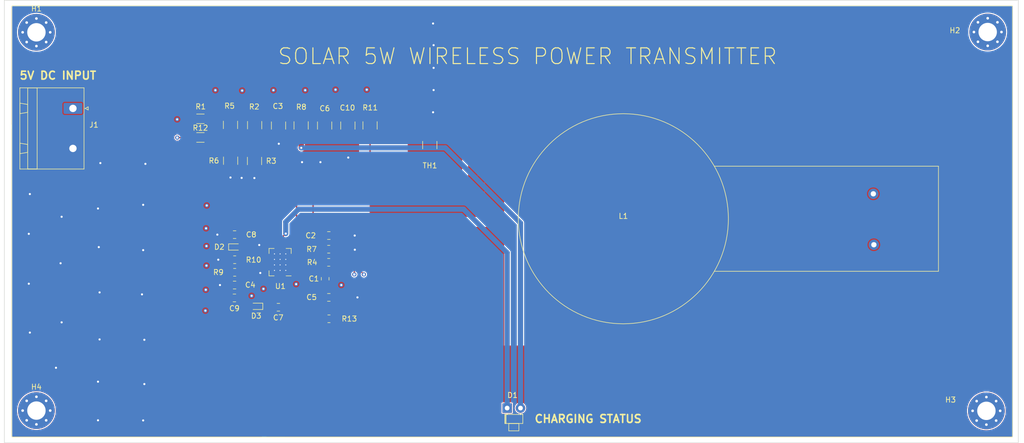
<source format=kicad_pcb>
(kicad_pcb (version 20211014) (generator pcbnew)
  (title_block (title "Solar 5W Wireless Power Transmitter") (date "2023-01-12"))
  (layers (0 "F.Cu" signal) (1 "In1.Cu" signal) (2 "In2.Cu" signal) (31 "B.Cu" signal) (34 "B.Paste" user) (35 "F.Paste" user) (36 "B.SilkS" user "B.Silkscreen") (37 "F.SilkS" user "F.Silkscreen") (38 "B.Mask" user) (39 "F.Mask" user) (44 "Edge.Cuts" user))
  (net 0 "")
  (net 1 "Net-(C1-Pad1)")
  (net 2 "VIN")
  (net 3 "GND")
  (net 4 "Net-(C2-Pad2)")
  (net 5 "Net-(C4-Pad2)")
  (net 6 "Net-(C5-Pad2)")
  (net 7 "Net-(C7-Pad1)")
  (net 8 "Net-(C9-Pad2)")
  (net 9 "Net-(D1-Pad1)")
  (net 10 "Net-(D1-Pad2)")
  (net 11 "/C-")
  (net 12 "Net-(R2-Pad2)")
  (net 13 "Net-(R5-Pad2)")
  (net 14 "Net-(R11-Pad2)")
  (net 17 "/PIN 13")
  (net 18 "/C+")
  (net 19 "/IND2")
  (net 20 "/SW1")
  (net 21 "Net-(R13-Pad2)")
  (footprint "Resistor_SMD:R_1210_3225Metric" (layer "F.Cu") (at 113.8 70.33 -90)
    (fp_text reference "R8" (at -3.505 -0.025) (layer "F.SilkS"))
    (fp_text value "2K21")
    (fp_line (start -0.723737 -1.355) (end 0.723737 -1.355) (layer "F.SilkS") (width 0.12))
    (fp_line (start -0.723737 1.355) (end 0.723737 1.355) (layer "F.SilkS") (width 0.12))
    (pad "1" smd roundrect (at -1.4625 0 270) (size 1.125 2.65) (layers "F.Cu" "F.Paste" "F.Mask") (roundrect_rratio 0.2222222222) (net 2 "VIN"))
    (pad "2" smd roundrect (at 1.4625 0 270) (size 1.125 2.65) (layers "F.Cu" "F.Paste" "F.Mask") (roundrect_rratio 0.2222222222) (net 10 "Net-(D1-Pad2)"))
  )
  (footprint "Diode_SMD:D_SOD-523" (layer "F.Cu") (at 105.35 104.775 180)
    (fp_text reference "D3" (at 0.1 -1.825) (layer "F.SilkS"))
    (fp_text value "DIODE")
    (fp_line (start -1.15 -0.6) (end -1.15 0.6) (layer "F.SilkS") (width 0.12))
    (fp_line (start 0.7 0.6) (end -1.15 0.6) (layer "F.SilkS") (width 0.12))
    (fp_line (start 0.7 -0.6) (end -1.15 -0.6) (layer "F.SilkS") (width 0.12))
    (pad "1" smd rect (at -0.7 0) (size 0.6 0.7) (layers "F.Cu" "F.Paste" "F.Mask") (net 19 "/IND2"))
    (pad "2" smd rect (at 0.7 0) (size 0.6 0.7) (layers "F.Cu" "F.Paste" "F.Mask") (net 8 "Net-(C9-Pad2)"))
  )
  (footprint "Capacitor_SMD:C_0805_2012Metric" (layer "F.Cu") (at 119.074999 91.3 180)
    (fp_text reference "C2" (at 3.449999 0) (layer "F.SilkS"))
    (fp_text value "10nF")
    (fp_line (start -0.261252 0.735) (end 0.261252 0.735) (layer "F.SilkS") (width 0.12))
    (fp_line (start -0.261252 -0.735) (end 0.261252 -0.735) (layer "F.SilkS") (width 0.12))
    (pad "1" smd roundrect (at -0.95 0 180) (size 1 1.45) (layers "F.Cu" "F.Paste" "F.Mask") (net 3 "GND"))
    (pad "2" smd roundrect (at 0.95 0 180) (size 1 1.45) (layers "F.Cu" "F.Paste" "F.Mask") (net 4 "Net-(C2-Pad2)"))
  )
  (footprint "Capacitor_SMD:C_0805_2012Metric" (layer "F.Cu") (at 118.375 99.525 -90)
    (fp_text reference "C1" (at 0 2.15 180) (layer "F.SilkS"))
    (fp_text value "10nF")
    (fp_line (start -0.261252 -0.735) (end 0.261252 -0.735) (layer "F.SilkS") (width 0.12))
    (fp_line (start -0.261252 0.735) (end 0.261252 0.735) (layer "F.SilkS") (width 0.12))
    (pad "1" smd roundrect (at -0.95 0 270) (size 1 1.45) (layers "F.Cu" "F.Paste" "F.Mask") (net 1 "Net-(C1-Pad1)"))
    (pad "2" smd roundrect (at 0.95 0 270) (size 1 1.45) (layers "F.Cu" "F.Paste" "F.Mask") (net 11 "/C-"))
  )
  (footprint "Capacitor_SMD:C_0805_2012Metric" (layer "F.Cu") (at 109.475 104.95 180)
    (fp_text reference "C7" (at 0.025 -1.975) (layer "F.SilkS"))
    (fp_text value "100nF")
    (fp_line (start -0.261252 -0.735) (end 0.261252 -0.735) (layer "F.SilkS") (width 0.12))
    (fp_line (start -0.261252 0.735) (end 0.261252 0.735) (layer "F.SilkS") (width 0.12))
    (pad "1" smd roundrect (at -0.95 0 180) (size 1 1.45) (layers "F.Cu" "F.Paste" "F.Mask") (net 7 "Net-(C7-Pad1)"))
    (pad "2" smd roundrect (at 0.95 0 180) (size 1 1.45) (layers "F.Cu" "F.Paste" "F.Mask") (net 19 "/IND2"))
  )
  (footprint "Resistor_SMD:R_0805_2012Metric" (layer "F.Cu") (at 119.1 107.15 180)
    (fp_text reference "R13" (at -3.875 0 180) (layer "F.SilkS"))
    (fp_text value "0R")
    (fp_line (start -0.227064 0.735) (end 0.227064 0.735) (layer "F.SilkS") (width 0.12))
    (fp_line (start -0.227064 -0.735) (end 0.227064 -0.735) (layer "F.SilkS") (width 0.12))
    (pad "1" smd roundrect (at -0.9125 0 180) (size 1.025 1.4) (layers "F.Cu" "F.Paste" "F.Mask") (roundrect_rratio 0.243902439) (net 20 "/SW1"))
    (pad "2" smd roundrect (at 0.9125 0 180) (size 1.025 1.4) (layers "F.Cu" "F.Paste" "F.Mask") (roundrect_rratio 0.243902439) (net 21 "Net-(R13-Pad2)"))
  )
  (footprint "Capacitor_SMD:C_1210_3225Metric" (layer "F.Cu") (at 118.275 70.35 90)
    (fp_text reference "C6" (at 3.25 0.025 180) (layer "F.SilkS"))
    (fp_text value "47uF")
    (fp_line (start -0.711252 -1.36) (end 0.711252 -1.36) (layer "F.SilkS") (width 0.12))
    (fp_line (start -0.711252 1.36) (end 0.711252 1.36) (layer "F.SilkS") (width 0.12))
    (pad "1" smd roundrect (at -1.475 0 90) (size 1.15 2.7) (layers "F.Cu" "F.Paste" "F.Mask") (roundrect_rratio 0.2173913043) (net 3 "GND"))
    (pad "2" smd roundrect (at 1.475 0 90) (size 1.15 2.7) (layers "F.Cu" "F.Paste" "F.Mask") (roundrect_rratio 0.2173913043) (net 2 "VIN"))
  )
  (footprint "MountingHole:MountingHole_3.5mm_Pad_Via" (layer "F.Cu") (at 244.275 124.675)
    (fp_text reference "H3" (at -6.825 -2.1) (layer "F.SilkS"))
    (fp_text value "MountingHole_Pad")
    (pad "1" thru_hole circle (at 2.625 0) (size 0.8 0.8) (drill 0.5) (layers *.Cu *.Mask))
    (pad "1" thru_hole circle (at 1.856155 1.856155) (size 0.8 0.8) (drill 0.5) (layers *.Cu *.Mask))
    (pad "1" thru_hole circle (at -2.625 0) (size 0.8 0.8) (drill 0.5) (layers *.Cu *.Mask))
    (pad "1" thru_hole circle (at 0 0) (size 7 7) (drill 3.5) (layers *.Cu *.Mask))
    (pad "1" thru_hole circle (at 0 2.625) (size 0.8 0.8) (drill 0.5) (layers *.Cu *.Mask))
    (pad "1" thru_hole circle (at 0 -2.625) (size 0.8 0.8) (drill 0.5) (layers *.Cu *.Mask))
    (pad "1" thru_hole circle (at -1.856155 1.856155) (size 0.8 0.8) (drill 0.5) (layers *.Cu *.Mask))
    (pad "1" thru_hole circle (at -1.856155 -1.856155) (size 0.8 0.8) (drill 0.5) (layers *.Cu *.Mask))
    (pad "1" thru_hole circle (at 1.856155 -1.856155) (size 0.8 0.8) (drill 0.5) (layers *.Cu *.Mask))
  )
  (footprint "LED_THT:LED_D1.8mm_W1.8mm_H2.4mm_Horizontal_O1.27mm_Z1.6mm" (layer "F.Cu") (at 153.025 124.15)
    (fp_text reference "D1" (at 1.025 -2.45) (layer "F.SilkS"))
    (fp_text value "LED")
    (fp_line (start 0 1.21) (end 0 1.21) (layer "F.SilkS") (width 0.12))
    (fp_line (start 2.98 1.21) (end -0.44 1.21) (layer "F.SilkS") (width 0.12))
    (fp_line (start 0.31 2.93) (end 0.31 4.33) (layer "F.SilkS") (width 0.12))
    (fp_line (start 2.54 1.08) (end 2.54 1.08) (layer "F.SilkS") (width 0.12))
    (fp_line (start 2.54 1.21) (end 2.54 1.08) (layer "F.SilkS") (width 0.12))
    (fp_line (start 0.31 4.33) (end 2.23 4.33) (layer "F.SilkS") (width 0.12))
    (fp_line (start 2.54 1.21) (end 2.54 1.21) (layer "F.SilkS") (width 0.12))
    (fp_line (start 2.23 2.93) (end 0.31 2.93) (layer "F.SilkS") (width 0.12))
    (fp_line (start 0 1.08) (end 0 1.08) (layer "F.SilkS") (width 0.12))
    (fp_line (start -0.32 1.21) (end -0.32 2.93) (layer "F.SilkS") (width 0.12))
    (fp_line (start 0 1.21) (end 0 1.08) (layer "F.SilkS") (width 0.12))
    (fp_line (start 2.23 4.33) (end 2.23 2.93) (layer "F.SilkS") (width 0.12))
    (fp_line (start -0.44 1.21) (end -0.44 2.93) (layer "F.SilkS") (width 0.12))
    (fp_line (start 2.98 2.93) (end 2.98 1.21) (layer "F.SilkS") (width 0.12))
    (fp_line (start -0.44 2.93) (end 2.98 2.93) (layer "F.SilkS") (width 0.12))
    (fp_line (start 2.54 1.08) (end 2.54 1.21) (layer "F.SilkS") (width 0.12))
    (fp_line (start -0.2 1.21) (end -0.2 2.93) (layer "F.SilkS") (width 0.12))
    (fp_line (start 0 1.08) (end 0 1.21) (layer "F.SilkS") (width 0.12))
    (pad "1" thru_hole rect (at 0 0) (size 1.8 1.8) (drill 0.9) (layers *.Cu *.Mask) (net 9 "Net-(D1-Pad1)"))
    (pad "2" thru_hole circle (at 2.54 0) (size 1.8 1.8) (drill 0.9) (layers *.Cu *.Mask) (net 10 "Net-(D1-Pad2)"))
  )
  (footprint "Resistor_SMD:R_1206_3216Metric" (layer "F.Cu") (at 94.625 72.625)
    (fp_text reference "R12" (at 0 -1.82) (layer "F.SilkS"))
    (fp_text value "0R")
    (fp_line (start -0.727064 -0.91) (end 0.727064 -0.91) (layer "F.SilkS") (width 0.12))
    (fp_line (start -0.727064 0.91) (end 0.727064 0.91) (layer "F.SilkS") (width 0.12))
    (pad "1" smd roundrect (at -1.4625 0) (size 1.125 1.75) (layers "F.Cu" "F.Paste" "F.Mask") (roundrect_rratio 0.2222222222) (net 11 "/C-"))
    (pad "2" smd roundrect (at 1.4625 0) (size 1.125 1.75) (layers "F.Cu" "F.Paste" "F.Mask") (roundrect_rratio 0.2222222222) (net 2 "VIN"))
  )
  (footprint "Resistor_SMD:R_1206_3216Metric" (layer "F.Cu") (at 94.625 69.075)
    (fp_text reference "R1" (at 0.05 -2.325) (layer "F.SilkS"))
    (fp_text value "20mR")
    (fp_line (start -0.727064 -0.91) (end 0.727064 -0.91) (layer "F.SilkS") (width 0.12))
    (fp_line (start -0.727064 0.91) (end 0.727064 0.91) (layer "F.SilkS") (width 0.12))
    (pad "1" smd roundrect (at -1.4625 0) (size 1.125 1.75) (layers "F.Cu" "F.Paste" "F.Mask") (roundrect_rratio 0.2222222222) (net 18 "/C+"))
    (pad "2" smd roundrect (at 1.4625 0) (size 1.125 1.75) (layers "F.Cu" "F.Paste" "F.Mask") (roundrect_rratio 0.2222222222) (net 2 "VIN"))
  )
  (footprint "Package_DFN_QFN:QFN-20-1EP_4x5mm_P0.5mm_EP2.65x3.65mm_ThermalVias" (layer "F.Cu") (at 109.8 96.3625 180)
    (fp_text reference "U1" (at -0.05 -4.5875) (layer "F.SilkS"))
    (fp_text value "LTC4125")
    (fp_line (start 1.135 2.61) (end 2.11 2.61) (layer "F.SilkS") (width 0.12))
    (fp_line (start 2.11 2.61) (end 2.11 1.635) (layer "F.SilkS") (width 0.12))
    (fp_line (start -2.11 2.61) (end -2.11 1.635) (layer "F.SilkS") (width 0.12))
    (fp_line (start 1.135 -2.61) (end 2.11 -2.61) (layer "F.SilkS") (width 0.12))
    (fp_line (start -1.135 -2.61) (end -2.11 -2.61) (layer "F.SilkS") (width 0.12))
    (fp_line (start 2.11 -2.61) (end 2.11 -1.635) (layer "F.SilkS") (width 0.12))
    (fp_line (start -1.135 2.61) (end -2.11 2.61) (layer "F.SilkS") (width 0.12))
    (pad "1" smd roundrect (at -1.95 -1.25 180) (size 0.85 0.25) (layers "F.Cu" "F.Paste" "F.Mask") (net 2 "VIN"))
    (pad "2" smd roundrect (at -1.95 -0.75 180) (size 0.85 0.25) (layers "F.Cu" "F.Paste" "F.Mask") (net 6 "Net-(C5-Pad2)"))
    (pad "3" smd roundrect (at -1.95 -0.25 180) (size 0.85 0.25) (layers "F.Cu" "F.Paste" "F.Mask") (net 11 "/C-"))
    (pad "4" smd roundrect (at -1.95 0.25 180) (size 0.85 0.25) (layers "F.Cu" "F.Paste" "F.Mask") (net 1 "Net-(C1-Pad1)"))
    (pad "5" smd roundrect (at -1.95 0.75 180) (size 0.85 0.25) (layers "F.Cu" "F.Paste" "F.Mask") (net 4 "Net-(C2-Pad2)"))
    (pad "6" smd roundrect (at -1.95 1.25 180) (size 0.85 0.25) (layers "F.Cu" "F.Paste" "F.Mask") (net 14 "Net-(R11-Pad2)"))
    (pad "7" smd roundrect (at -0.75 2.45 180) (size 0.25 0.85) (layers "F.Cu" "F.Paste" "F.Mask") (net 12 "Net-(R2-Pad2)"))
    (pad "8" smd roundrect (at -0.25 2.45 180) (size 0.25 0.85) (layers "F.Cu" "F.Paste" "F.Mask") (net 9 "Net-(D1-Pad1)"))
    (pad "9" smd roundrect (at 0.25 2.45 180) (size 0.25 0.85) (layers "F.Cu" "F.Paste" "F.Mask") (net 13 "Net-(R5-Pad2)"))
    (pad "10" smd roundrect (at 0.75 2.45 180) (size 0.25 0.85) (layers "F.Cu" "F.Paste" "F.Mask"))
    (pad "11" smd roundrect (at 1.95 1.25 180) (size 0.85 0.25) (layers "F.Cu" "F.Paste" "F.Mask"))
    (pad "12" smd roundrect (at 1.95 0.75 180) (size 0.85 0.25) (layers "F.Cu" "F.Paste" "F.Mask") (net 3 "GND"))
    (pad "13" smd roundrect (at 1.95 0.25 180) (size 0.85 0.25) (layers "F.Cu" "F.Paste" "F.Mask") (net 17 "/PIN 13"))
    (pad "14" smd roundrect (at 1.95 -0.25 180) (size 0.85 0.25) (layers "F.Cu" "F.Paste" "F.Mask") (net 5 "Net-(C4-Pad2)"))
    (pad "15" smd roundrect (at 1.95 -0.75 180) (size 0.85 0.25) (layers "F.Cu" "F.Paste" "F.Mask") (net 3 "GND"))
    (pad "16" smd roundrect (at 1.95 -1.25 180) (size 0.85 0.25) (layers "F.Cu" "F.Paste" "F.Mask") (net 3 "GND"))
    (pad "17" smd roundrect (at 0.75 -2.45 180) (size 0.25 0.85) (layers "F.Cu" "F.Paste" "F.Mask") (net 2 "VIN"))
    (pad "18" smd roundrect (at 0.25 -2.45 180) (size 0.25 0.85) (layers "F.Cu" "F.Paste" "F.Mask") (net 7 "Net-(C7-Pad1)"))
    (pad "19" smd roundrect (at -0.25 -2.45 180) (size 0.25 0.85) (layers "F.Cu" "F.Paste" "F.Mask") (net 21 "Net-(R13-Pad2)"))
    (pad "20" smd roundrect (at -0.75 -2.45 180) (size 0.25 0.85) (layers "F.Cu" "F.Paste" "F.Mask") (net 2 "VIN"))
    (pad "21" thru_hole circle (at 0 -1.575 180) (size 0.5 0.5) (drill 0.2) (layers *.Cu) (net 3 "GND"))
    (pad "21" smd rect (at 0 0 180) (size 2.65 3.65) (layers "B.Cu") (net 3 "GND"))
    (pad "21" thru_hole circle (at -1.075 1.575 180) (size 0.5 0.5) (drill 0.2) (layers *.Cu) (net 3 "GND"))
    (pad "21" thru_hole circle (at -1.075 -0.525 180) (size 0.5 0.5) (drill 0.2) (layers *.Cu) (net 3 "GND"))
    (pad "21" thru_hole circle (at 1.075 -0.525 180) (size 0.5 0.5) (drill 0.2) (layers *.Cu) (net 3 "GND"))
    (pad "21" thru_hole circle (at 0 -0.525 180) (size 0.5 0.5) (drill 0.2) (layers *.Cu) (net 3 "GND"))
    (pad "21" smd rect (at 0 0 180) (size 2.65 3.65) (layers "F.Cu" "F.Mask") (net 3 "GND"))
    (pad "21" thru_hole circle (at -1.075 0.525 180) (size 0.5 0.5) (drill 0.2) (layers *.Cu) (net 3 "GND"))
    (pad "21" thru_hole circle (at 1.075 1.575 180) (size 0.5 0.5) (drill 0.2) (layers *.Cu) (net 3 "GND"))
    (pad "21" thru_hole circle (at 1.075 -1.575 180) (size 0.5 0.5) (drill 0.2) (layers *.Cu) (net 3 "GND"))
    (pad "21" thru_hole circle (at 0 0.525 180) (size 0.5 0.5) (drill 0.2) (layers *.Cu) (net 3 "GND"))
    (pad "21" thru_hole circle (at 0 1.575 180) (size 0.5 0.5) (drill 0.2) (layers *.Cu) (net 3 "GND"))
    (pad "21" thru_hole circle (at 1.075 0.525 180) (size 0.5 0.5) (drill 0.2) (layers *.Cu) (net 3 "GND"))
    (pad "21" thru_hole circle (at -1.075 -1.575 180) (size 0.5 0.5) (drill 0.2) (layers *.Cu) (net 3 "GND"))
  )
  (footprint "Warren Footprints:Tx Coil" (layer "F.Cu") (at 175.15 88.1)
    (fp_text reference "L1" (at 0 -0.5 unlocked) (layer "F.SilkS"))
    (fp_text value "24uH")
    (fp_line (start 17.35 -10) (end 60 -10) (layer "F.SilkS") (width 0.12))
    (fp_line (start 60 -10) (end 60 10) (layer "F.SilkS") (width 0.12))
    (fp_line (start 60 10) (end 17.35 10) (layer "F.SilkS") (width 0.12))
    (fp_circle (center 0 0) (end 20 0) (layer "F.SilkS") (width 0.12) (fill none))
    (pad "1" thru_hole circle (at 47.6 -4.75) (size 2 2) (drill 1) (layers *.Cu *.Mask) (net 20 "/SW1"))
    (pad "2" thru_hole circle (at 47.7 4.95) (size 2 2) (drill 1) (layers *.Cu *.Mask) (net 19 "/IND2"))
  )
  (footprint "Resistor_SMD:R_1210_3225Metric" (layer "F.Cu") (at 104.95 70.28 -90)
    (fp_text reference "R2" (at -3.505 0.075) (layer "F.SilkS"))
    (fp_text value "100K")
    (fp_line (start -0.723737 -1.355) (end 0.723737 -1.355) (layer "F.SilkS") (width 0.12))
    (fp_line (start -0.723737 1.355) (end 0.723737 1.355) (layer "F.SilkS") (width 0.12))
    (pad "1" smd roundrect (at -1.4625 0 270) (size 1.125 2.65) (layers "F.Cu" "F.Paste" "F.Mask") (roundrect_rratio 0.2222222222) (net 2 "VIN"))
    (pad "2" smd roundrect (at 1.4625 0 270) (size 1.125 2.65) (layers "F.Cu" "F.Paste" "F.Mask") (roundrect_rratio 0.2222222222) (net 12 "Net-(R2-Pad2)"))
  )
  (footprint "Resistor_SMD:R_1210_3225Metric" (layer "F.Cu") (at 100.375 77.05 -90)
    (fp_text reference "R6" (at 0 3.175) (layer "F.SilkS"))
    (fp_text value "59K")
    (fp_line (start -0.723737 -1.355) (end 0.723737 -1.355) (layer "F.SilkS") (width 0.12))
    (fp_line (start -0.723737 1.355) (end 0.723737 1.355) (layer "F.SilkS") (width 0.12))
    (pad "1" smd roundrect (at -1.4625 0 270) (size 1.125 2.65) (layers "F.Cu" "F.Paste" "F.Mask") (roundrect_rratio 0.2222222222) (net 13 "Net-(R5-Pad2)"))
    (pad "2" smd roundrect (at 1.4625 0 270) (size 1.125 2.65) (layers "F.Cu" "F.Paste" "F.Mask") (roundrect_rratio 0.2222222222) (net 3 "GND"))
  )
  (footprint "Capacitor_SMD:C_0805_2012Metric" (layer "F.Cu") (at 101.13 91.125)
    (fp_text reference "C8" (at 3.17 0) (layer "F.SilkS"))
    (fp_text value "0.1uF")
    (fp_line (start -0.261252 -0.735) (end 0.261252 -0.735) (layer "F.SilkS") (width 0.12))
    (fp_line (start -0.261252 0.735) (end 0.261252 0.735) (layer "F.SilkS") (width 0.12))
    (pad "1" smd roundrect (at -0.95 0) (size 1 1.45) (layers "F.Cu" "F.Paste" "F.Mask") (net 3 "GND"))
    (pad "2" smd roundrect (at 0.95 0) (size 1 1.45) (layers "F.Cu" "F.Paste" "F.Mask") (net 17 "/PIN 13"))
  )
  (footprint "Capacitor_SMD:C_0805_2012Metric" (layer "F.Cu") (at 119.075 103.075 180)
    (fp_text reference "C5" (at 3.275 0.025) (layer "F.SilkS"))
    (fp_text value "4.7nF")
    (fp_line (start -0.261252 -0.735) (end 0.261252 -0.735) (layer "F.SilkS") (width 0.12))
    (fp_line (start -0.261252 0.735) (end 0.261252 0.735) (layer "F.SilkS") (width 0.12))
    (pad "1" smd roundrect (at -0.95 0 180) (size 1 1.45) (layers "F.Cu" "F.Paste" "F.Mask") (net 3 "GND"))
    (pad "2" smd roundrect (at 0.95 0 180) (size 1 1.45) (layers "F.Cu" "F.Paste" "F.Mask") (net 6 "Net-(C5-Pad2)"))
  )
  (footprint "Resistor_SMD:R_0805_2012Metric" (layer "F.Cu") (at 119.054999 96.4 180)
    (fp_text reference "R4" (at 3.154999 0) (layer "F.SilkS"))
    (fp_text value "11K3")
    (fp_line (start -0.227064 0.735) (end 0.227064 0.735) (layer "F.SilkS") (width 0.12))
    (fp_line (start -0.227064 -0.735) (end 0.227064 -0.735) (layer "F.SilkS") (width 0.12))
    (pad "1" smd roundrect (at -0.9125 0 180) (size 1.025 1.4) (layers "F.Cu" "F.Paste" "F.Mask") (roundrect_rratio 0.243902439) (net 18 "/C+"))
    (pad "2" smd roundrect (at 0.9125 0 180) (size 1.025 1.4) (layers "F.Cu" "F.Paste" "F.Mask") (roundrect_rratio 0.243902439) (net 1 "Net-(C1-Pad1)"))
  )
  (footprint "Capacitor_SMD:C_1210_3225Metric" (layer "F.Cu") (at 122.7 70.35 90)
    (fp_text reference "C10" (at 3.375 -0.075 180) (layer "F.SilkS"))
    (fp_text value "47uF")
    (fp_line (start -0.711252 1.36) (end 0.711252 1.36) (layer "F.SilkS") (width 0.12))
    (fp_line (start -0.711252 -1.36) (end 0.711252 -1.36) (layer "F.SilkS") (width 0.12))
    (pad "1" smd roundrect (at -1.475 0 90) (size 1.15 2.7) (layers "F.Cu" "F.Paste" "F.Mask") (roundrect_rratio 0.2173913043) (net 3 "GND"))
    (pad "2" smd roundrect (at 1.475 0 90) (size 1.15 2.7) (layers "F.Cu" "F.Paste" "F.Mask") (roundrect_rratio 0.2173913043) (net 2 "VIN"))
  )
  (footprint "Capacitor_SMD:C_0805_2012Metric" (layer "F.Cu") (at 101.13 100.725)
    (fp_text reference "C4" (at 2.995 -0.025) (layer "F.SilkS"))
    (fp_text value "470pF")
    (fp_line (start -0.261252 -0.735) (end 0.261252 -0.735) (layer "F.SilkS") (width 0.12))
    (fp_line (start -0.261252 0.735) (end 0.261252 0.735) (layer "F.SilkS") (width 0.12))
    (pad "1" smd roundrect (at -0.95 0) (size 1 1.45) (layers "F.Cu" "F.Paste" "F.Mask") (net 3 "GND"))
    (pad "2" smd roundrect (at 0.95 0) (size 1 1.45) (layers "F.Cu" "F.Paste" "F.Mask") (net 5 "Net-(C4-Pad2)"))
  )
  (footprint "MountingHole:MountingHole_3.5mm_Pad_Via" (layer "F.Cu") (at 63.4 52.6)
    (fp_text reference "H1" (at 0 -4.5) (layer "F.SilkS"))
    (fp_text value "MountingHole_Pad")
    (pad "1" thru_hole circle (at -1.856155 -1.856155) (size 0.8 0.8) (drill 0.5) (layers *.Cu *.Mask))
    (pad "1" thru_hole circle (at 2.625 0) (size 0.8 0.8) (drill 0.5) (layers *.Cu *.Mask))
    (pad "1" thru_hole circle (at 0 -2.625) (size 0.8 0.8) (drill 0.5) (layers *.Cu *.Mask))
    (pad "1" thru_hole circle (at 0 2.625) (size 0.8 0.8) (drill 0.5) (layers *.Cu *.Mask))
    (pad "1" thru_hole circle (at 0 0) (size 7 7) (drill 3.5) (layers *.Cu *.Mask))
    (pad "1" thru_hole circle (at 1.856155 -1.856155) (size 0.8 0.8) (drill 0.5) (layers *.Cu *.Mask))
    (pad "1" thru_hole circle (at 1.856155 1.856155) (size 0.8 0.8) (drill 0.5) (layers *.Cu *.Mask))
    (pad "1" thru_hole circle (at -2.625 0) (size 0.8 0.8) (drill 0.5) (layers *.Cu *.Mask))
    (pad "1" thru_hole circle (at -1.856155 1.856155) (size 0.8 0.8) (drill 0.5) (layers *.Cu *.Mask))
  )
  (footprint "Capacitor_SMD:C_0805_2012Metric" (layer "F.Cu") (at 101.1 103.175 180)
    (fp_text reference "C9" (at 0 -2) (layer "F.SilkS"))
    (fp_text value "0.1uF")
    (fp_line (start -0.261252 -0.735) (end 0.261252 -0.735) (layer "F.SilkS") (width 0.12))
    (fp_line (start -0.261252 0.735) (end 0.261252 0.735) (layer "F.SilkS") (width 0.12))
    (pad "1" smd roundrect (at -0.95 0 180) (size 1 1.45) (layers "F.Cu" "F.Paste" "F.Mask") (net 3 "GND"))
    (pad "2" smd roundrect (at 0.95 0 180) (size 1 1.45) (layers "F.Cu" "F.Paste" "F.Mask") (net 8 "Net-(C9-Pad2)"))
  )
  (footprint "Resistor_SMD:R_1210_3225Metric" (layer "F.Cu") (at 138.3 74.075 -90)
    (fp_text reference "TH1" (at 3.9 -0.025 180) (layer "F.SilkS"))
    (fp_text value "10K")
    (fp_line (start -0.723737 -1.355) (end 0.723737 -1.355) (layer "F.SilkS") (width 0.12))
    (fp_line (start -0.723737 1.355) (end 0.723737 1.355) (layer "F.SilkS") (width 0.12))
    (pad "1" smd roundrect (at -1.4625 0 270) (size 1.125 2.65) (layers "F.Cu" "F.Paste" "F.Mask") (roundrect_rratio 0.2222222222) (net 14 "Net-(R11-Pad2)"))
    (pad "2" smd roundrect (at 1.4625 0 270) (size 1.125 2.65) (layers "F.Cu" "F.Paste" "F.Mask") (roundrect_rratio 0.2222222222) (net 3 "GND"))
  )
  (footprint "Resistor_SMD:R_0805_2012Metric" (layer "F.Cu") (at 101.15 95.9 180)
    (fp_text reference "R10" (at -3.6 -0.025) (layer "F.SilkS"))
    (fp_text value "5K23")
    (fp_line (start -0.227064 -0.735) (end 0.227064 -0.735) (layer "F.SilkS") (width 0.12))
    (fp_line (start -0.227064 0.735) (end 0.227064 0.735) (layer "F.SilkS") (width 0.12))
    (pad "1" smd roundrect (at -0.9125 0 180) (size 1.025 1.4) (layers "F.Cu" "F.Paste" "F.Mask") (roundrect_rratio 0.243902439) (net 17 "/PIN 13"))
    (pad "2" smd roundrect (at 0.9125 0 180) (size 1.025 1.4) (layers "F.Cu" "F.Paste" "F.Mask") (roundrect_rratio 0.243902439) (net 3 "GND"))
  )
  (footprint "Diode_SMD:D_SOD-523" (layer "F.Cu") (at 101.15 93.475)
    (fp_text reference "D2" (at -2.925 0) (layer "F.SilkS"))
    (fp_text value "D_Zener")
    (fp_line (start 0.7 -0.6) (end -1.15 -0.6) (layer "F.SilkS") (width 0.12))
    (fp_line (start 0.7 0.6) (end -1.15 0.6) (layer "F.SilkS") (width 0.12))
    (fp_line (start -1.15 -0.6) (end -1.15 0.6) (layer "F.SilkS") (width 0.12))
    (pad "1" smd rect (at -0.7 0 180) (size 0.6 0.7) (layers "F.Cu" "F.Paste" "F.Mask") (net 2 "VIN"))
    (pad "2" smd rect (at 0.7 0 180) (size 0.6 0.7) (layers "F.Cu" "F.Paste" "F.Mask") (net 17 "/PIN 13"))
  )
  (footprint "Connector_Phoenix_GMSTB:PhoenixContact_GMSTBA_2,5_2-G-7,62_1x02_P7.62mm_Horizontal" (layer "F.Cu") (at 70.3525 67.09 -90)
    (fp_text reference "J1" (at 3.135 -3.9975 180) (layer "F.SilkS"))
    (fp_text value "Conn_01x02_Male")
    (fp_line (start 11.54 6.81) (end 11.54 8.61) (layer "F.SilkS") (width 0.12))
    (fp_line (start 8.37 8.61) (end 6.87 8.61) (layer "F.SilkS") (width 0.12))
    (fp_line (start 8.62 10.11) (end 8.37 8.61) (layer "F.SilkS") (width 0.12))
    (fp_line (start -3.92 10.11) (end 11.54 10.11) (layer "F.SilkS") (width 0.12))
    (fp_line (start -0.3 -2.91) (end 0.3 -2.91) (layer "F.SilkS") (width 0.12))
    (fp_line (start 11.54 8.61) (end -3.92 8.61) (layer "F.SilkS") (width 0.12))
    (fp_line (start -3.92 6.81) (end 11.54 6.81) (layer "F.SilkS") (width 0.12))
    (fp_line (start 11.54 -2.11) (end -3.92 -2.11) (layer "F.SilkS") (width 0.12))
    (fp_line (start -3.92 -2.11) (end -3.92 10.11) (layer "F.SilkS") (width 0.12))
    (fp_line (start -3.92 8.61) (end -3.92 6.81) (layer "F.SilkS") (width 0.12))
    (fp_line (start 6.87 8.61) (end 6.62 10.11) (layer "F.SilkS") (width 0.12))
    (fp_line (start -0.75 8.61) (end -1 10.11) (layer "F.SilkS") (width 0.12))
    (fp_line (start 1 10.11) (end 0.75 8.61) (layer "F.SilkS") (width 0.12))
    (fp_line (start 11.54 10.11) (end 11.54 -2.11) (layer "F.SilkS") (width 0.12))
    (fp_line (start 0.3 -2.91) (end 0 -2.31) (layer "F.SilkS") (width 0.12))
    (fp_line (start -1 10.11) (end 1 10.11) (layer "F.SilkS") (width 0.12))
    (fp_line (start 6.62 10.11) (end 8.62 10.11) (layer "F.SilkS") (width 0.12))
    (fp_line (start 0 -2.31) (end -0.3 -2.91) (layer "F.SilkS") (width 0.12))
    (fp_line (start 0.75 8.61) (end -0.75 8.61) (layer "F.SilkS") (width 0.12))
    (pad "1" thru_hole roundrect (at 0 0 270) (size 2.1 3.6) (drill 1.4) (layers *.Cu *.Mask) (roundrect_rratio 0.1190480952) (net 18 "/C+"))
    (pad "2" thru_hole oval (at 7.62 0 270) (size 2.1 3.6) (drill 1.4) (layers *.Cu *.Mask) (net 3 "GND"))
  )
  (footprint "Resistor_SMD:R_0805_2012Metric" (layer "F.Cu") (at 119.054999 93.9)
    (fp_text reference "R7" (at -3.254999 0) (layer "F.SilkS"))
    (fp_text value "348K")
    (fp_line (start -0.227064 0.735) (end 0.227064 0.735) (layer "F.SilkS") (width 0.12))
    (fp_line (start -0.227064 -0.735) (end 0.227064 -0.735) (layer "F.SilkS") (width 0.12))
    (pad "1" smd roundrect (at -0.9125 0) (size 1.025 1.4) (layers "F.Cu" "F.Paste" "F.Mask") (roundrect_rratio 0.243902439) (net 4 "Net-(C2-Pad2)"))
    (pad "2" smd roundrect (at 0.9125 0) (size 1.025 1.4) (layers "F.Cu" "F.Paste" "F.Mask") (roundrect_rratio 0.243902439) (net 3 "GND"))
  )
  (footprint "Resistor_SMD:R_1210_3225Metric" (layer "F.Cu") (at 100.35 70.23 -90)
    (fp_text reference "R5" (at -3.605 0.175) (layer "F.SilkS"))
    (fp_text value "100K")
    (fp_line (start -0.723737 -1.355) (end 0.723737 -1.355) (layer "F.SilkS") (width 0.12))
    (fp_line (start -0.723737 1.355) (end 0.723737 1.355) (layer "F.SilkS") (width 0.12))
    (pad "1" smd roundrect (at -1.4625 0 270) (size 1.125 2.65) (layers "F.Cu" "F.Paste" "F.Mask") (roundrect_rratio 0.2222222222) (net 2 "VIN"))
    (pad "2" smd roundrect (at 1.4625 0 270) (size 1.125 2.65) (layers "F.Cu" "F.Paste" "F.Mask") (roundrect_rratio 0.2222222222) (net 13 "Net-(R5-Pad2)"))
  )
  (footprint "Resistor_SMD:R_1210_3225Metric" (layer "F.Cu") (at 126.925 70.33 -90)
    (fp_text reference "R11" (at -3.38 -0.025) (layer "F.SilkS"))
    (fp_text value "10K")
    (fp_line (start -0.723737 1.355) (end 0.723737 1.355) (layer "F.SilkS") (width 0.12))
    (fp_line (start -0.723737 -1.355) (end 0.723737 -1.355) (layer "F.SilkS") (width 0.12))
    (pad "1" smd roundrect (at -1.4625 0 270) (size 1.125 2.65) (layers "F.Cu" "F.Paste" "F.Mask") (roundrect_rratio 0.2222222222) (net 2 "VIN"))
    (pad "2" smd roundrect (at 1.4625 0 270) (size 1.125 2.65) (layers "F.Cu" "F.Paste" "F.Mask") (roundrect_rratio 0.2222222222) (net 14 "Net-(R11-Pad2)"))
  )
  (footprint "MountingHole:MountingHole_3.5mm_Pad_Via" (layer "F.Cu") (at 244.525 52.55)
    (fp_text reference "H2" (at -6.25 -0.3) (layer "F.SilkS"))
    (fp_text value "MountingHole_Pad")
    (pad "1" thru_hole circle (at 0 2.625) (size 0.8 0.8) (drill 0.5) (layers *.Cu *.Mask))
    (pad "1" thru_hole circle (at -1.856155 -1.856155) (size 0.8 0.8) (drill 0.5) (layers *.Cu *.Mask))
    (pad "1" thru_hole circle (at 1.856155 1.856155) (size 0.8 0.8) (drill 0.5) (layers *.Cu *.Mask))
    (pad "1" thru_hole circle (at 0 -2.625) (size 0.8 0.8) (drill 0.5) (layers *.Cu *.Mask))
    (pad "1" thru_hole circle (at 0 0) (size 7 7) (drill 3.5) (layers *.Cu *.Mask))
    (pad "1" thru_hole circle (at -1.856155 1.856155) (size 0.8 0.8) (drill 0.5) (layers *.Cu *.Mask))
    (pad "1" thru_hole circle (at 1.856155 -1.856155) (size 0.8 0.8) (drill 0.5) (layers *.Cu *.Mask))
    (pad "1" thru_hole circle (at 2.625 0) (size 0.8 0.8) (drill 0.5) (layers *.Cu *.Mask))
    (pad "1" thru_hole circle (at -2.625 0) (size 0.8 0.8) (drill 0.5) (layers *.Cu *.Mask))
  )
  (footprint "Resistor_SMD:R_0805_2012Metric" (layer "F.Cu") (at 101.15 98.3)
    (fp_text reference "R9" (at -3.1 0) (layer "F.SilkS"))
    (fp_text value "100K")
    (fp_line (start -0.227064 0.735) (end 0.227064 0.735) (layer "F.SilkS") (width 0.12))
    (fp_line (start -0.227064 -0.735) (end 0.227064 -0.735) (layer "F.SilkS") (width 0.12))
    (pad "1" smd roundrect (at -0.9125 0) (size 1.025 1.4) (layers "F.Cu" "F.Paste" "F.Mask") (roundrect_rratio 0.243902439) (net 8 "Net-(C9-Pad2)"))
    (pad "2" smd roundrect (at 0.9125 0) (size 1.025 1.4) (layers "F.Cu" "F.Paste" "F.Mask") (roundrect_rratio 0.243902439) (net 17 "/PIN 13"))
  )
  (footprint "MountingHole:MountingHole_3.5mm_Pad_Via" (layer "F.Cu") (at 63.4 124.625)
    (fp_text reference "H4" (at 0 -4.5) (layer "F.SilkS"))
    (fp_text value "MountingHole_Pad")
    (pad "1" thru_hole circle (at -1.856155 1.856155) (size 0.8 0.8) (drill 0.5) (layers *.Cu *.Mask))
    (pad "1" thru_hole circle (at 1.856155 -1.856155) (size 0.8 0.8) (drill 0.5) (layers *.Cu *.Mask))
    (pad "1" thru_hole circle (at 1.856155 1.856155) (size 0.8 0.8) (drill 0.5) (layers *.Cu *.Mask))
    (pad "1" thru_hole circle (at -2.625 0) (size 0.8 0.8) (drill 0.5) (layers *.Cu *.Mask))
    (pad "1" thru_hole circle (at 0 2.625) (size 0.8 0.8) (drill 0.5) (layers *.Cu *.Mask))
    (pad "1" thru_hole circle (at -1.856155 -1.856155) (size 0.8 0.8) (drill 0.5) (layers *.Cu *.Mask))
    (pad "1" thru_hole circle (at 0 -2.625) (size 0.8 0.8) (drill 0.5) (layers *.Cu *.Mask))
    (pad "1" thru_hole circle (at 2.625 0) (size 0.8 0.8) (drill 0.5) (layers *.Cu *.Mask))
    (pad "1" thru_hole circle (at 0 0) (size 7 7) (drill 3.5) (layers *.Cu *.Mask))
  )
  (footprint "Resistor_SMD:R_1210_3225Metric" (layer "F.Cu") (at 104.925 77.1 -90)
    (fp_text reference "R3" (at 0 -3.175) (layer "F.SilkS"))
    (fp_text value "7K87")
    (fp_line (start -0.723737 1.355) (end 0.723737 1.355) (layer "F.SilkS") (width 0.12))
    (fp_line (start -0.723737 -1.355) (end 0.723737 -1.355) (layer "F.SilkS") (width 0.12))
    (pad "1" smd roundrect (at -1.4625 0 270) (size 1.125 2.65) (layers "F.Cu" "F.Paste" "F.Mask") (roundrect_rratio 0.2222222222) (net 12 "Net-(R2-Pad2)"))
    (pad "2" smd roundrect (at 1.4625 0 270) (size 1.125 2.65) (layers "F.Cu" "F.Paste" "F.Mask") (roundrect_rratio 0.2222222222) (net 3 "GND"))
  )
  (footprint "Capacitor_SMD:C_1210_3225Metric" (layer "F.Cu") (at 109.5 70.35 90)
    (fp_text reference "C3" (at 3.675 -0.125 180) (layer "F.SilkS"))
    (fp_text value "1uF")
    (fp_line (start -0.711252 -1.36) (end 0.711252 -1.36) (layer "F.SilkS") (width 0.12))
    (fp_line (start -0.711252 1.36) (end 0.711252 1.36) (layer "F.SilkS") (width 0.12))
    (pad "1" smd roundrect (at -1.475 0 90) (size 1.15 2.7) (layers "F.Cu" "F.Paste" "F.Mask") (roundrect_rratio 0.2173913043) (net 3 "GND"))
    (pad "2" smd roundrect (at 1.475 0 90) (size 1.15 2.7) (layers "F.Cu" "F.Paste" "F.Mask") (roundrect_rratio 0.2173913043) (net 2 "VIN"))
  )
  (gr_rect (start 58.725 47.575) (end 249.25 129.65) (layer "F.SilkS") (width 0.1) (fill none))
  (gr_rect (start 57.3 46.5) (end 250.35 130.75) (layer "Edge.Cuts") (width 0.1) (fill none))
  (gr_text "SOLAR 5W WIRELESS POWER TRANSMITTER" (at 156.9 57.175) (layer "F.SilkS") (effects (font (size 3 3) (thickness 0.2))))
  (gr_text "CHARGING STATUS" (at 168.45 126.2) (layer "F.SilkS") (effects (font (size 1.5 1.5) (thickness 0.3))))
  (gr_text "5V DC INPUT" (at 67.5 60.825) (layer "F.SilkS") (effects (font (size 1.5 1.5) (thickness 0.3))))
  (segment (start 118.375 96.632501) (end 118.142499 96.4) (width 0.25) (layer "F.Cu") (net 1))
  (segment (start 118.375 98.575) (end 118.375 96.632501) (width 0.25) (layer "F.Cu") (net 1))
  (segment (start 116.125 96.4) (end 118.142499 96.4) (width 0.25) (layer "F.Cu") (net 1))
  (segment (start 115.8375 96.1125) (end 116.125 96.4) (width 0.25) (layer "F.Cu") (net 1))
  (segment (start 111.75 96.1125) (end 115.8375 96.1125) (width 0.25) (layer "F.Cu") (net 1))
  (segment (start 110.55 99.5) (end 110.95 99.9) (width 0.25) (layer "F.Cu") (net 2))
  (segment (start 112.1375 97.6125) (end 112.475 97.95) (width 0.25) (layer "F.Cu") (net 2))
  (segment (start 109.05 98.8125) (end 109.05 99.575) (width 0.25) (layer "F.Cu") (net 2))
  (segment (start 111.75 97.6125) (end 112.1375 97.6125) (width 0.25) (layer "F.Cu") (net 2))
  (segment (start 110.55 98.8125) (end 110.55 99.5) (width 0.25) (layer "F.Cu") (net 2))
  (segment (start 109.05 99.575) (end 108.625 100) (width 0.25) (layer "F.Cu") (net 2))
  (via (at 95.825 85.575) (size 0.8) (drill 0.4) (layers "F.Cu" "B.Cu") (net 2))
  (via (at 104.375 102.775) (size 0.8) (drill 0.4) (layers "F.Cu" "B.Cu") (net 2))
  (via (at 95.7 89.925) (size 0.8) (drill 0.4) (layers "F.Cu" "B.Cu") (net 2))
  (via (at 106.625 101.45) (size 0.8) (drill 0.4) (layers "F.Cu" "B.Cu") (net 2))
  (via (at 114.575 63.625) (size 0.8) (drill 0.4) (layers "F.Cu" "B.Cu") (net 2))
  (via (at 95.65 101.625) (size 0.8) (drill 0.4) (layers "F.Cu" "B.Cu") (net 2))
  (via (at 95.775 97.025) (size 0.8) (drill 0.4) (layers "F.Cu" "B.Cu") (net 2))
  (via (at 121.45 100.725) (size 0.8) (drill 0.4) (layers "F.Cu" "B.Cu") (net 2))
  (via (at 120.35 63.525) (size 0.8) (drill 0.4) (layers "F.Cu" "B.Cu") (net 2))
  (via (at 95.775 93.3) (size 0.8) (drill 0.4) (layers "F.Cu" "B.Cu") (net 2))
  (via (at 97.475 63.625) (size 0.8) (drill 0.4) (layers "F.Cu" "B.Cu") (net 2))
  (via (at 108.525 63.625) (size 0.8) (drill 0.4) (layers "F.Cu" "B.Cu") (net 2))
  (via (at 112.85 100.55) (size 0.8) (drill 0.4) (layers "F.Cu" "B.Cu") (net 2))
  (via (at 126.3 63.525) (size 0.8) (drill 0.4) (layers "F.Cu" "B.Cu") (net 2))
  (via (at 95.575 105.6) (size 0.8) (drill 0.4) (layers "F.Cu" "B.Cu") (net 2))
  (via (at 102.575 63.7) (size 0.8) (drill 0.4) (layers "F.Cu" "B.Cu") (net 2))
  (segment (start 123.925 93.9) (end 119.967499 93.9) (width 0.25) (layer "F.Cu") (net 3))
  (segment (start 105.825 94.060508) (end 105.825 93.1) (width 0.25) (layer "F.Cu") (net 3))
  (segment (start 124.025 94) (end 123.925 93.9) (width 0.25) (layer "F.Cu") (net 3))
  (segment (start 124 91.3) (end 120.024999 91.3) (width 0.25) (layer "F.Cu") (net 3))
  (segment (start 107.85 97.1125) (end 107.85 97.6125) (width 0.25) (layer "F.Cu") (net 3))
  (segment (start 97.85 91.125) (end 100.18 91.125) (width 1) (layer "F.Cu") (net 3))
  (segment (start 124.525 103.075) (end 120.025 103.075) (width 1) (layer "F.Cu") (net 3))
  (segment (start 107.85 97.6125) (end 106.8375 97.6125) (width 0.25) (layer "F.Cu") (net 3))
  (segment (start 100.18 100.725) (end 98.35 100.725) (width 1) (layer "F.Cu") (net 3))
  (segment (start 107.85 95.6125) (end 107.376992 95.6125) (width 0.25) (layer "F.Cu") (net 3))
  (segment (start 106.8375 97.6125) (end 106.025 98.425) (width 0.25) (layer "F.Cu") (net 3))
  (segment (start 102.05 103.175) (end 100.18 101.305) (width 0.25) (layer "F.Cu") (net 3))
  (segment (start 107.376992 95.6125) (end 105.825 94.060508) (width 0.25) (layer "F.Cu") (net 3))
  (segment (start 98.025 95.9) (end 100.2375 95.9) (width 1) (layer "F.Cu") (net 3))
  (segment (start 100.18 101.305) (end 100.18 100.725) (width 0.25) (layer "F.Cu") (net 3))
  (via (at 139.025 55.05) (size 0.8) (drill 0.4) (layers "F.Cu" "B.Cu") (net 3))
  (via (at 68 96.575) (size 0.8) (drill 0.4) (layers "F.Cu" "B.Cu") (net 3))
  (via (at 139.025 63.6) (size 0.8) (drill 0.4) (layers "F.Cu" "B.Cu") (net 3))
  (via (at 83.725 85.45) (size 0.8) (drill 0.4) (layers "F.Cu" "B.Cu") (net 3))
  (via (at 106.025 98.425) (size 0.8) (drill 0.4) (layers "F.Cu" "B.Cu") (net 3))
  (via (at 75.125 86.15) (size 0.8) (drill 0.4) (layers "F.Cu" "B.Cu") (net 3))
  (via (at 100.35 80.25) (size 0.8) (drill 0.4) (layers "F.Cu" "B.Cu") (net 3))
  (via (at 83.5 102.5) (size 0.8) (drill 0.4) (layers "F.Cu" "B.Cu") (net 3))
  (via (at 62.15 109.775) (size 0.8) (drill 0.4) (layers "F.Cu" "B.Cu") (net 3))
  (via (at 117.475 77.325) (size 0.8) (drill 0.4) (layers "F.Cu" "B.Cu") (net 3))
  (via (at 75.425 102.125) (size 0.8) (drill 0.4) (layers "F.Cu" "B.Cu") (net 3))
  (via (at 109.55 73.825) (size 0.8) (drill 0.4) (layers "F.Cu" "B.Cu") (net 3))
  (via (at 124 91.3) (size 0.8) (drill 0.4) (layers "F.Cu" "B.Cu") (net 3))
  (via (at 104.9 80.35) (size 0.8) (drill 0.4) (layers "F.Cu" "B.Cu") (net 3))
  (via (at 75.575 77.5) (size 0.8) (drill 0.4) (layers "F.Cu" "B.Cu") (net 3))
  (via (at 98.025 95.9) (size 0.8) (drill 0.4) (layers "F.Cu" "B.Cu") (net 3))
  (via (at 83.725 94.075) (size 0.8) (drill 0.4) (layers "F.Cu" "B.Cu") (net 3))
  (via (at 68.2 87.725) (size 0.8) (drill 0.4) (layers "F.Cu" "B.Cu") (net 3))
  (via (at 138.925 67.825) (size 0.8) (drill 0.4) (layers "F.Cu" "B.Cu") (net 3))
  (via (at 97.85 91.125) (size 0.8) (drill 0.4) (layers "F.Cu" "B.Cu") (net 3))
  (via (at 124.525 103.075) (size 0.8) (drill 0.4) (layers "F.Cu" "B.Cu") (net 3))
  (via (at 122.775 76.45) (size 0.8) (drill 0.4) (layers "F.Cu" "B.Cu") (net 3))
  (via (at 102.475 80.325) (size 0.8) (drill 0.4) (layers "F.Cu" "B.Cu") (net 3))
  (via (at 139.025 59.375) (size 0.8) (drill 0.4) (layers "F.Cu" "B.Cu") (net 3))
  (via (at 98.35 100.725) (size 0.8) (drill 0.4) (layers "F.Cu" "B.Cu") (net 3))
  (via (at 84.15 77.65) (size 0.8) (drill 0.4) (layers "F.Cu" "B.Cu") (net 3))
  (via (at 75.125 119.125) (size 0.8) (drill 0.4) (layers "F.Cu" "B.Cu") (net 3))
  (via (at 105.825 93.1) (size 0.8) (drill 0.4) (layers "F.Cu" "B.Cu") (net 3))
  (via (at 67.125 116.475) (size 0.8) (drill 0.4) (layers "F.Cu" "B.Cu") (net 3))
  (via (at 83.95 119.575) (size 0.8) (drill 0.4) (layers "F.Cu" "B.Cu") (net 3))
  (via (at 75.125 126.475) (size 0.8) (drill 0.4) (layers "F.Cu" "B.Cu") (net 3))
  (via (at 62.15 83.4) (size 0.8) (drill 0.4) (layers "F.Cu" "B.Cu") (net 3))
  (via (at 124.025 94) (size 0.8) (drill 0.4) (layers "F.Cu" "B.Cu") (net 3))
  (via (at 83.725 126.5) (size 0.8) (drill 0.4) (layers "F.Cu" "B.Cu") (net 3))
  (via (at 61.95 100.475) (size 0.8) (drill 0.4) (layers "F.Cu" "B.Cu") (net 3))
  (via (at 75.275 93.5) (size 0.8) (drill 0.4) (layers "F.Cu" "B.Cu") (net 3))
  (via (at 75.425 111.075) (size 0.8) (drill 0.4) (layers "F.Cu" "B.Cu") (net 3))
  (via (at 83.95 111.15) (size 0.8) (drill 0.4) (layers "F.Cu" "B.Cu") (net 3))
  (via (at 68.2 107.825) (size 0.8) (drill 0.4) (layers "F.Cu" "B.Cu") (net 3))
  (via (at 138.925 50.925) (size 0.8) (drill 0.4) (layers "F.Cu" "B.Cu") (net 3))
  (via (at 61.95 90.975) (size 0.8) (drill 0.4) (layers "F.Cu" "B.Cu") (net 3))
  (via (at 113.975 77.325) (size 0.8) (drill 0.4) (layers "F.Cu" "B.Cu") (net 3))
  (segment (start 118.092499 93.85) (end 118.142499 93.9) (width 0.25) (layer "F.Cu") (net 4))
  (segment (start 111.75 95.6125) (end 114.5125 95.6125) (width 0.25) (layer "F.Cu") (net 4))
  (segment (start 118.142499 93.9) (end 118.124999 93.8825) (width 0.25) (layer "F.Cu") (net 4))
  (segment (start 116.275 93.85) (end 118.092499 93.85) (width 0.25) (layer "F.Cu") (net 4))
  (segment (start 118.124999 93.8825) (end 118.124999 91.3) (width 0.25) (layer "F.Cu") (net 4))
  (segment (start 114.5125 95.6125) (end 116.275 93.85) (width 0.25) (layer "F.Cu") (net 4))
  (segment (start 104.95 97.55) (end 105.8875 96.6125) (width 0.25) (layer "F.Cu") (net 5))
  (segment (start 105.8875 96.6125) (end 107.85 96.6125) (width 0.25) (layer "F.Cu") (net 5))
  (segment (start 104.95 99.55) (end 104.95 97.55) (width 0.25) (layer "F.Cu") (net 5))
  (segment (start 103.775 100.725) (end 104.95 99.55) (width 0.25) (layer "F.Cu") (net 5))
  (segment (start 102.08 100.725) (end 103.775 100.725) (width 0.25) (layer "F.Cu") (net 5))
  (segment (start 115.8 103.075) (end 118.125 103.075) (width 0.25) (layer "F.Cu") (net 6))
  (segment (start 113.1875 97.1125) (end 114.425 98.35) (width 0.25) (layer "F.Cu") (net 6))
  (segment (start 114.425 101.7) (end 115.8 103.075) (width 0.25) (layer "F.Cu") (net 6))
  (segment (start 114.425 98.35) (end 114.425 101.7) (width 0.25) (layer "F.Cu") (net 6))
  (segment (start 111.75 97.1125) (end 113.1875 97.1125) (width 0.25) (layer "F.Cu") (net 6))
  (segment (start 109.55 98.8125) (end 109.55 100.675) (width 0.25) (layer "F.Cu") (net 7))
  (segment (start 110.425 101.55) (end 110.425 104.95) (width 0.25) (layer "F.Cu") (net 7))
  (segment (start 109.55 100.675) (end 110.425 101.55) (width 0.25) (layer "F.Cu") (net 7))
  (segment (start 100.2375 98.3) (end 98 98.3) (width 0.25) (layer "F.Cu") (net 8))
  (segment (start 100.15 103.85) (end 101.075 104.775) (width 0.25) (layer "F.Cu") (net 8))
  (segment (start 98 98.3) (end 97.025 99.275) (width 0.25) (layer "F.Cu") (net 8))
  (segment (start 97.025 102.175) (end 98.025 103.175) (width 0.25) (layer "F.Cu") (net 8))
  (segment (start 98.025 103.175) (end 100.15 103.175) (width 0.25) (layer "F.Cu") (net 8))
  (segment (start 100.15 103.175) (end 100.15 103.85) (width 0.25) (layer "F.Cu") (net 8))
  (segment (start 104.65 104.775) (end 101.075 104.775) (width 0.25) (layer "F.Cu") (net 8))
  (segment (start 97.025 99.275) (end 97.025 102.175) (width 0.25) (layer "F.Cu") (net 8))
  (segment (start 110.05 93.9125) (end 110.05 91.75) (width 0.25) (layer "F.Cu") (net 9))
  (segment (start 110.05 91.75) (end 110.875 90.925) (width 0.25) (layer "F.Cu") (net 9))
  (via (at 110.875 90.925) (size 0.8) (drill 0.4) (layers "F.Cu" "B.Cu") (net 9))
  (segment (start 153.025 124.15) (end 153.025 94.575) (width 1) (layer "B.Cu") (net 9))
  (segment (start 153.025 94.575) (end 144.725 86.275) (width 1) (layer "B.Cu") (net 9))
  (segment (start 110.875 88.7) (end 110.875 90.925) (width 1) (layer "B.Cu") (net 9))
  (segment (start 113.3 86.275) (end 110.875 88.7) (width 1) (layer "B.Cu") (net 9))
  (segment (start 144.725 86.275) (end 113.3 86.275) (width 1) (layer "B.Cu") (net 9))
  (segment (start 113.825 74.6) (end 113.825 71.8175) (width 1) (layer "F.Cu") (net 10))
  (segment (start 113.825 71.8175) (end 113.8 71.7925) (width 0.25) (layer "F.Cu") (net 10))
  (via (at 113.825 74.6) (size 0.8) (drill 0.4) (layers "F.Cu" "B.Cu") (net 10))
  (segment (start 155.565 88.915) (end 155.565 124.15) (width 1) (layer "B.Cu") (net 10))
  (segment (start 141.25 74.6) (end 155.565 88.915) (width 1) (layer "B.Cu") (net 10))
  (segment (start 113.825 74.6) (end 141.25 74.6) (width 1) (layer "B.Cu") (net 10))
  (segment (start 123.263604 96.850001) (end 121.999999 96.850001) (width 0.2) (layer "F.Cu") (net 11))
  (segment (start 118.375 100.475) (end 116.9 100.475) (width 0.2) (layer "F.Cu") (net 11))
  (segment (start 121.999999 96.850001) (end 118.375 100.475) (width 0.2) (layer "F.Cu") (net 11))
  (segment (start 123.925 97.511397) (end 123.263604 96.850001) (width 0.2) (layer "F.Cu") (net 11))
  (segment (start 93.1375 72.65) (end 93.1625 72.625) (width 0.2) (layer "F.Cu") (net 11))
  (segment (start 116.15 99.725) (end 116.15 97.625) (width 0.2) (layer "F.Cu") (net 11))
  (segment (start 123.925 98.7) (end 123.925 97.511397) (width 0.2) (layer "F.Cu") (net 11))
  (segment (start 116.9 100.475) (end 116.15 99.725) (width 0.2) (layer "F.Cu") (net 11))
  (segment (start 90.225 72.65) (end 93.1375 72.65) (width 0.2) (layer "F.Cu") (net 11))
  (segment (start 115.1375 96.6125) (end 111.75 96.6125) (width 0.2) (layer "F.Cu") (net 11))
  (segment (start 116.15 97.625) (end 115.1375 96.6125) (width 0.2) (layer "F.Cu") (net 11))
  (via (at 90.225 72.65) (size 0.8) (drill 0.4) (layers "F.Cu" "B.Cu") (net 11))
  (via (at 123.925 98.7) (size 0.8) (drill 0.4) (layers "F.Cu" "B.Cu") (net 11))
  (segment (start 109.4625 75.6375) (end 104.925 75.6375) (width 0.25) (layer "F.Cu") (net 12))
  (segment (start 104.925 75.6375) (end 104.925 71.7675) (width 1) (layer "F.Cu") (net 12))
  (segment (start 112.925 79.1) (end 109.4625 75.6375) (width 0.25) (layer "F.Cu") (net 12))
  (segment (start 104.925 71.7675) (end 104.95 71.7425) (width 0.25) (layer "F.Cu") (net 12))
  (segment (start 112.175 91.9) (end 112.925 91.15) (width 0.25) (layer "F.Cu") (net 12))
  (segment (start 110.55 92.7) (end 111.35 91.9) (width 0.25) (layer "F.Cu") (net 12))
  (segment (start 111.35 91.9) (end 112.175 91.9) (width 0.25) (layer "F.Cu") (net 12))
  (segment (start 112.925 91.15) (end 112.925 79.1) (width 0.25) (layer "F.Cu") (net 12))
  (segment (start 110.55 93.9125) (end 110.55 92.7) (width 0.25) (layer "F.Cu") (net 12))
  (segment (start 96.5 76.8) (end 97.7125 75.5875) (width 0.25) (layer "F.Cu") (net 13))
  (segment (start 100.375 71.7175) (end 100.35 71.6925) (width 0.25) (layer "F.Cu") (net 13))
  (segment (start 96.5 81.875) (end 96.5 76.8) (width 0.25) (layer "F.Cu") (net 13))
  (segment (start 100.375 75.5875) (end 100.375 71.7175) (width 1) (layer "F.Cu") (net 13))
  (segment (start 109.55 86.325) (end 106.975 83.75) (width 0.25) (layer "F.Cu") (net 13))
  (segment (start 98.375 83.75) (end 96.5 81.875) (width 0.25) (layer "F.Cu") (net 13))
  (segment (start 106.975 83.75) (end 98.375 83.75) (width 0.25) (layer "F.Cu") (net 13))
  (segment (start 97.7125 75.5875) (end 100.375 75.5875) (width 0.25) (layer "F.Cu") (net 13))
  (segment (start 109.55 93.9125) (end 109.55 86.325) (width 0.25) (layer "F.Cu") (net 13))
  (segment (start 137.48 71.7925) (end 138.3 72.6125) (width 1) (layer "F.Cu") (net 14))
  (segment (start 126.925 76.725) (end 126.925 76.175) (width 0.25) (layer "F.Cu") (net 14))
  (segment (start 116.075 83.475) (end 121.125 78.425) (width 0.25) (layer "F.Cu") (net 14))
  (segment (start 126.925 71.7925) (end 137.48 71.7925) (width 1) (layer "F.Cu") (net 14))
  (segment (start 126.925 71.7925) (end 126.925 76.175) (width 0.25) (layer "F.Cu") (net 14))
  (segment (start 113.6875 95.1125) (end 116.075 92.725) (width 0.25) (layer "F.Cu") (net 14))
  (segment (start 125.225 78.425) (end 126.925 76.725) (width 0.25) (layer "F.Cu") (net 14))
  (segment (start 111.75 95.1125) (end 113.6875 95.1125) (width 0.25) (layer "F.Cu") (net 14))
  (segment (start 116.075 92.725) (end 116.075 83.475) (width 0.25) (layer "F.Cu") (net 14))
  (segment (start 121.125 78.425) (end 125.225 78.425) (width 0.25) (layer "F.Cu") (net 14))
  (segment (start 104.4 93.475) (end 101.85 93.475) (width 0.25) (layer "F.Cu") (net 17))
  (segment (start 107.0375 96.1125) (end 104.4 93.475) (width 0.25) (layer "F.Cu") (net 17))
  (segment (start 107.85 96.1125) (end 107.0375 96.1125) (width 0.25) (layer "F.Cu") (net 17))
  (segment (start 125.75 98.7) (end 123.45 96.4) (width 0.2) (layer "F.Cu") (net 18))
  (segment (start 123.45 96.4) (end 119.967499 96.4) (width 0.2) (layer "F.Cu") (net 18))
  (via (at 90.2 69.175) (size 0.8) (drill 0.4) (layers "F.Cu" "B.Cu") (net 18))
  (via (at 125.75 98.7) (size 0.8) (drill 0.4) (layers "F.Cu" "B.Cu") (net 18))
  (segment (start 108.35 104.775) (end 108.525 104.95) (width 0.25) (layer "F.Cu") (net 19))
  (segment (start 106.05 104.775) (end 108.35 104.775) (width 0.25) (layer "F.Cu") (net 19))
  (segment (start 110.05 98.8125) (end 110.05 100.075) (width 0.25) (layer "F.Cu") (net 21))
  (segment (start 110.05 100.075) (end 117.125 107.15) (width 0.25) (layer "F.Cu") (net 21))
  (segment (start 117.125 107.15) (end 118.1875 107.15) (width 0.25) (layer "F.Cu") (net 21))
  (zone (net 3) (net_name "GND") (layer "F.Cu") (connect_pads yes (clearance 0)) (min_thickness 0.254) (fill yes (thermal_gap 0.508) (thermal_bridge_width 0.508))
    (polygon (pts (xy 92.225 129.65) (xy 58.725 129.65) (xy 58.725 70.95) (xy 92.225 70.95)))
  )
  (zone (net 3) (net_name "GND") (layer "F.Cu") (connect_pads yes (clearance 0)) (min_thickness 0.254) (fill yes (thermal_gap 0.508) (thermal_bridge_width 0.508))
    (polygon (pts (xy 124.825 81.275) (xy 107.475 81.275) (xy 107.475 71.05) (xy 124.825 71.05)))
  )
  (zone (net 17) (net_name "/PIN 13") (layer "F.Cu") (priority 2) (connect_pads yes (clearance 0.508)) (min_thickness 0.254) (fill yes (thermal_gap 0.508) (thermal_bridge_width 0.508))
    (polygon (pts (xy 101.35 89.025) (xy 108.425 89.025) (xy 108.425 99.025) (xy 101.35 99.025)))
  )
  (zone (net 19) (net_name "/IND2") (layer "F.Cu") (priority 2) (connect_pads yes (clearance 0)) (min_thickness 0.254) (fill yes (thermal_gap 0.508) (thermal_bridge_width 0.508))
    (polygon (pts (xy 151.425 129.65) (xy 110.775 129.65) (xy 110.775 115.375) (xy 151.425 115.375)))
  )
  (zone (net 20) (net_name "/SW1") (layer "F.Cu") (priority 2) (connect_pads yes (clearance 0)) (min_thickness 0.254) (fill yes (thermal_gap 0.508) (thermal_bridge_width 0.508))
    (polygon (pts (xy 129.125 114.075) (xy 119.275 114.075) (xy 119.275 105.25) (xy 129.125 105.25)))
  )
  (zone (net 3) (net_name "GND") (layer "F.Cu") (connect_pads yes (clearance 0)) (min_thickness 0.254) (fill yes (thermal_gap 0.508) (thermal_bridge_width 0.508))
    (polygon (pts (xy 144.475 78.8) (xy 134.1 78.8) (xy 134.1 47.625) (xy 144.475 47.625)))
  )
  (zone (net 3) (net_name "GND") (layer "F.Cu") (connect_pads yes (clearance 0)) (min_thickness 0.254) (fill yes (thermal_gap 0.508) (thermal_bridge_width 0.508))
    (polygon (pts (xy 106.325 129.65) (xy 87.4 129.65) (xy 87.4 109.85) (xy 106.325 109.85)))
  )
  (zone (net 20) (net_name "/SW1") (layer "F.Cu") (connect_pads yes (clearance 0.508)) (min_thickness 0.254) (fill yes (thermal_gap 0.508) (thermal_bridge_width 0.508))
    (polygon (pts (xy 249.225 87.75) (xy 145.6 87.75) (xy 145.6 47.625) (xy 249.225 47.625)))
  )
  (zone (net 2) (net_name "VIN") (layer "F.Cu") (connect_pads yes (clearance 0)) (min_thickness 0.254) (fill yes (thermal_gap 0.508) (thermal_bridge_width 0.508))
    (polygon (pts (xy 97.825 74.35) (xy 94.625 74.35) (xy 94.625 65.95) (xy 97.825 65.95)))
  )
  (zone (net 2) (net_name "VIN") (layer "F.Cu") (priority 1) (connect_pads yes (clearance 0.508)) (min_thickness 0.254) (fill yes (thermal_gap 0.508) (thermal_bridge_width 0.508))
    (polygon (pts (xy 93.05 81.875) (xy 122.75 81.875) (xy 122.75 109) (xy 93.05 109)))
  )
  (zone (net 2) (net_name "VIN") (layer "F.Cu") (priority 1) (connect_pads yes (clearance 0.508)) (min_thickness 0.254) (fill yes (thermal_gap 0.508) (thermal_bridge_width 0.508))
    (polygon (pts (xy 132.975 70.33) (xy 94.625 70.33) (xy 94.625 47.675) (xy 132.975 47.675)))
  )
  (zone (net 20) (net_name "/SW1") (layer "F.Cu") (priority 2) (connect_pads yes (clearance 0)) (min_thickness 0.254) (fill yes (thermal_gap 0.508) (thermal_bridge_width 0.508))
    (polygon (pts (xy 148.775 87.75) (xy 133.85 87.75) (xy 133.85 79.875) (xy 133.875 79.9) (xy 133.875 79.875) (xy 148.775 79.875)))
  )
  (zone (net 18) (net_name "/C+") (layer "F.Cu") (connect_pads yes (clearance 0.508)) (min_thickness 0.254) (fill yes (thermal_gap 0.508) (thermal_bridge_width 0.508))
    (polygon (pts (xy 93.925 70.225) (xy 58.7 70.225) (xy 58.7 47.625) (xy 93.925 47.625)))
  )
  (zone (net 0) (net_name "") (layer "F.Cu") (connect_pads yes (clearance 0)) (min_thickness 0.254)
    (keepout (tracks not_allowed) (vias not_allowed) (pads not_allowed) (copperpour not_allowed) (footprints allowed))
    (fill (thermal_gap 0.508) (thermal_bridge_width 0.508))
    (polygon (pts (xy 207.025 112.25) (xy 152.45 112.25) (xy 152.45 65.05) (xy 207.025 65.05)))
  )
  (zone (net 3) (net_name "GND") (layer "F.Cu") (connect_pads yes (clearance 0)) (min_thickness 0.254) (fill yes (thermal_gap 0.508) (thermal_bridge_width 0.508))
    (polygon (pts (xy 106.975 81.325) (xy 97.675 81.325) (xy 97.675 77.525) (xy 106.975 77.525)))
  )
  (zone (net 20) (net_name "/SW1") (layer "F.Cu") (priority 2) (connect_pads yes (clearance 0)) (min_thickness 0.254) (fill yes (thermal_gap 0.508) (thermal_bridge_width 0.508))
    (polygon (pts (xy 141.825 114.1) (xy 126.85 114.1) (xy 126.85 79.9) (xy 141.825 79.9)))
  )
  (zone (net 19) (net_name "/IND2") (layer "F.Cu") (connect_pads yes (clearance 0)) (min_thickness 0.254) (fill yes (thermal_gap 0.508) (thermal_bridge_width 0.508))
    (polygon (pts (xy 249.2 129.65) (xy 146 129.65) (xy 146 89.65) (xy 249.2 89.65)))
  )
  (zone (net 19) (net_name "/IND2") (layer "F.Cu") (priority 2) (connect_pads yes (clearance 0)) (min_thickness 0.254) (fill yes (thermal_gap 0.508) (thermal_bridge_width 0.508))
    (polygon (pts (xy 112.95 129.625) (xy 107.15 129.625) (xy 107.15 103.2) (xy 112.95 103.2)))
  )
  (zone (net 3) (net_name "GND") (layers "In2.Cu" "B.Cu") (connect_pads yes (clearance 0)) (min_thickness 0.254) (fill yes (thermal_gap 0.508) (thermal_bridge_width 0.508))
    (polygon (pts (xy 249.25 129.625) (xy 58.725 129.625) (xy 58.725 47.575) (xy 249.25 47.575)))
  )
)
</source>
